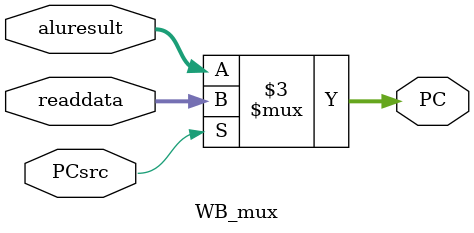
<source format=v>
module wb(input alu_zero
,input clk
,input rst_n
,input [1:0] control_wb
,input [2:0] control_mem
,input [31:0] result
,input [31:0] datamem_data
,input [4:0] wb_add_in
,output [31:0] wb_data
,output regwrite_wb
,output [4:0] wb_add_out
);


wire [70:0] MEM_WB;
wire [31:0] datatransfer;

assign wb_add_out=MEM_WB[70:66];
assign regwrite_wb=MEM_WB[0];

memory m1(.rst_n(rst_n)
,.memread(control_mem[2])
,.memwrite(control_mem[1])
,.address(result)
,.writemem_data(datamem_data)
,.readdata(datatransfer));

MEM_WBregister r1(.readdata(datatransfer)
,.clk(clk)
,.rst_n(rst_n)
,.result(result)
,.write_reg(wb_add_in)
,.WB(control_wb)
,.MEM_WB(MEM_WB));


WB_mux	WB_mux(
 MEM_WB[33:2]
,MEM_WB[65:34]
,MEM_WB[1]
,wb_data);

endmodule

//memory
module memory(
input rst_n
,input memwrite
,input memread
,input [31:0] address
,input [31:0] writemem_data
,output reg [31:0]readdata);

reg [31:0] data1 [63:0];
wire [31:0] num;
integer r;
assign num={2'b00,address[31:2]};

always@(*)
begin
	if(!rst_n) 
		begin
			for(r=0;r<64;r=r+1)
			data1[r]=32'b0;
		end
	else if(memwrite)  data1[num]<=writemem_data;
	else if (memread) readdata<=data1[num];
end

endmodule

//MEM_WBregister
module MEM_WBregister(
	input clk, 
	input rst_n,
	input [31:0] readdata,
	input [31:0] result,
	input [4:0] write_reg,
	input [1:0]  WB,
	output reg [70:0] MEM_WB);
  
  reg [70:0]  data;

 always@(negedge clk)
 begin
 	if(!rst_n)
 		data<=0;
 	else
 	begin
		data[33:2]<=readdata[31:0];
		data[65:34]<=result;
		data[70:66]<=write_reg[4:0];
		data[1:0]<=WB[1:0];
	end
 end
 always@(posedge clk)  
		MEM_WB<=data;

endmodule




module WB_mux(
 input [31:0] readdata
,input [31:0] aluresult
,input PCsrc
,output reg [31:0] PC);

always@(*)
begin
PC=PCsrc?readdata:aluresult;
end
endmodule
</source>
